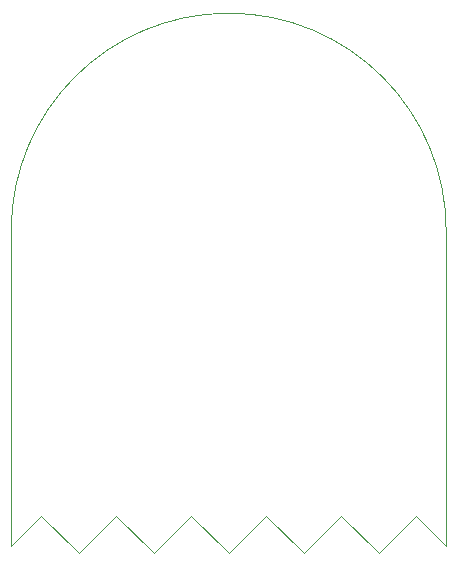
<source format=gbr>
%TF.GenerationSoftware,KiCad,Pcbnew,(5.1.10-1-10_14)*%
%TF.CreationDate,2021-11-12T17:30:00-08:00*%
%TF.ProjectId,Tiny44_ghost,54696e79-3434-45f6-9768-6f73742e6b69,rev?*%
%TF.SameCoordinates,Original*%
%TF.FileFunction,Profile,NP*%
%FSLAX46Y46*%
G04 Gerber Fmt 4.6, Leading zero omitted, Abs format (unit mm)*
G04 Created by KiCad (PCBNEW (5.1.10-1-10_14)) date 2021-11-12 17:30:00*
%MOMM*%
%LPD*%
G01*
G04 APERTURE LIST*
%TA.AperFunction,Profile*%
%ADD10C,0.050000*%
%TD*%
G04 APERTURE END LIST*
D10*
X160020000Y-114935000D02*
G75*
G02*
X196850000Y-114935000I18415000J0D01*
G01*
X196850000Y-141605000D02*
X196850000Y-114935000D01*
X194310000Y-139065000D02*
X196850000Y-141605000D01*
X191135000Y-142240000D02*
X194310000Y-139065000D01*
X187960000Y-139065000D02*
X191135000Y-142240000D01*
X184785000Y-142240000D02*
X187960000Y-139065000D01*
X181610000Y-139065000D02*
X184785000Y-142240000D01*
X178435000Y-142240000D02*
X181610000Y-139065000D01*
X175260000Y-139065000D02*
X178435000Y-142240000D01*
X172085000Y-142240000D02*
X175260000Y-139065000D01*
X168910000Y-139065000D02*
X172085000Y-142240000D01*
X165735000Y-142240000D02*
X168910000Y-139065000D01*
X162560000Y-139065000D02*
X165735000Y-142240000D01*
X160020000Y-141605000D02*
X162560000Y-139065000D01*
X160020000Y-114935000D02*
X160020000Y-141605000D01*
M02*

</source>
